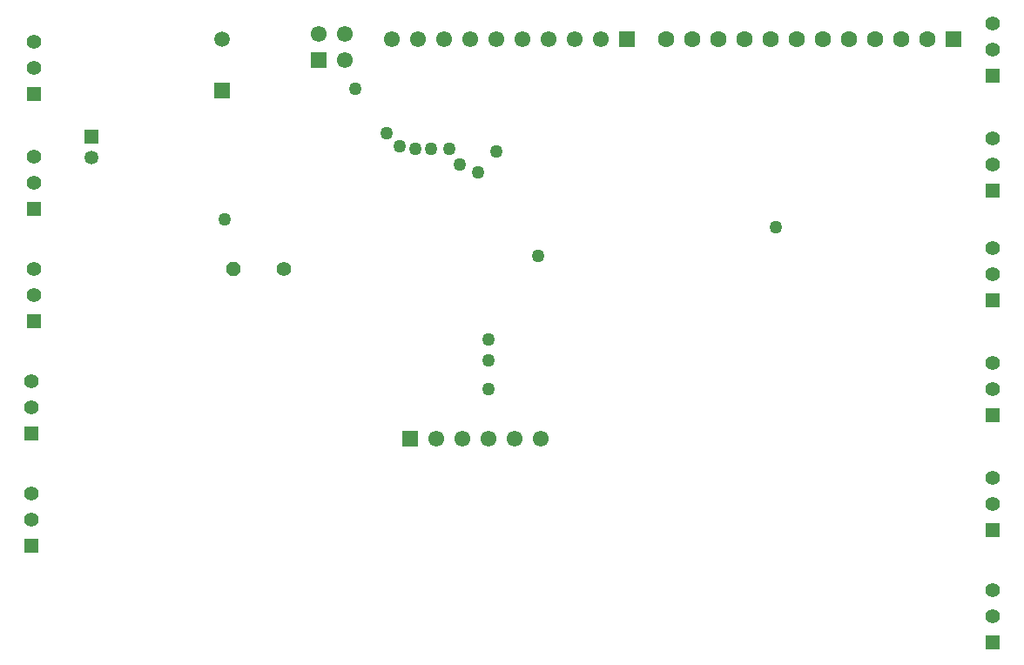
<source format=gbs>
G04 Layer_Color=6109440*
%FSLAX44Y44*%
%MOMM*%
G71*
G01*
G75*
%ADD20R,1.4000X1.4000*%
%ADD21C,1.4000*%
%ADD22P,1.5154X8X22.5*%
%ADD23C,1.5000*%
%ADD24R,1.5000X1.5000*%
%ADD25C,1.3500*%
%ADD26R,1.3500X1.3500*%
%ADD27R,1.5500X1.5500*%
%ADD28C,1.5500*%
%ADD29C,1.6000*%
%ADD30R,1.6000X1.6000*%
%ADD31C,1.2700*%
D20*
X38100Y132080D02*
D03*
Y241300D02*
D03*
X40640Y350520D02*
D03*
Y571500D02*
D03*
Y459740D02*
D03*
X972820Y589280D02*
D03*
Y477520D02*
D03*
Y370840D02*
D03*
Y259080D02*
D03*
Y147320D02*
D03*
Y38100D02*
D03*
D21*
X38100Y157480D02*
D03*
Y182880D02*
D03*
Y266700D02*
D03*
Y292100D02*
D03*
X283480Y401320D02*
D03*
X40640Y375920D02*
D03*
Y401320D02*
D03*
Y596900D02*
D03*
Y622300D02*
D03*
Y485140D02*
D03*
Y510540D02*
D03*
X972820Y614680D02*
D03*
Y640080D02*
D03*
Y502920D02*
D03*
Y528320D02*
D03*
Y396240D02*
D03*
Y421640D02*
D03*
Y284480D02*
D03*
Y309880D02*
D03*
Y172720D02*
D03*
Y198120D02*
D03*
Y63500D02*
D03*
Y88900D02*
D03*
D22*
X234680Y401320D02*
D03*
D23*
X223520Y624440D02*
D03*
D24*
Y574440D02*
D03*
D25*
X96520Y509397D02*
D03*
D26*
Y529397D02*
D03*
D27*
X406400Y236220D02*
D03*
X617220Y624840D02*
D03*
X317500Y604520D02*
D03*
D28*
X431800Y236220D02*
D03*
X457200D02*
D03*
X482600D02*
D03*
X508000D02*
D03*
X533400D02*
D03*
X591820Y624840D02*
D03*
X566420D02*
D03*
X541020D02*
D03*
X515620D02*
D03*
X490220D02*
D03*
X464820D02*
D03*
X439420D02*
D03*
X414020D02*
D03*
X388620D02*
D03*
X317500Y629920D02*
D03*
X342900Y604520D02*
D03*
Y629920D02*
D03*
D29*
X807720Y624840D02*
D03*
X909320D02*
D03*
X883920D02*
D03*
X858520D02*
D03*
X833120D02*
D03*
X782320D02*
D03*
X756920D02*
D03*
X731520D02*
D03*
X706120D02*
D03*
X680720D02*
D03*
X655320D02*
D03*
D30*
X934720D02*
D03*
D31*
X490220Y515620D02*
D03*
X530860Y414020D02*
D03*
X353060Y576580D02*
D03*
X482600Y332740D02*
D03*
Y312420D02*
D03*
Y284480D02*
D03*
X762000Y441960D02*
D03*
X383540Y533400D02*
D03*
X396240Y520700D02*
D03*
X411480Y518160D02*
D03*
X426720D02*
D03*
X444500D02*
D03*
X454660Y502920D02*
D03*
X472440Y495300D02*
D03*
X226060Y449580D02*
D03*
M02*

</source>
